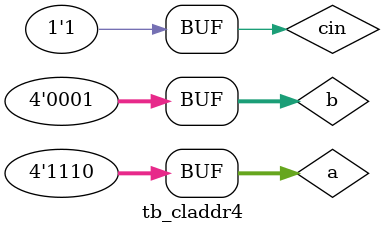
<source format=v>
`timescale 1ns / 1ps



module tb_claddr4();
reg [3:0] a,b;
reg cin;
wire [3:0] sum;
wire cout;
claddr_4 c1(a,b, cin, sum,cout);
initial 
begin
 a=0; b=0; cin=0;
  #100 a=4'd0; b=4'd0; cin=1'd1;
  #100 a=4'd14; b=4'd1; cin=1'd1;
  end
endmodule

</source>
